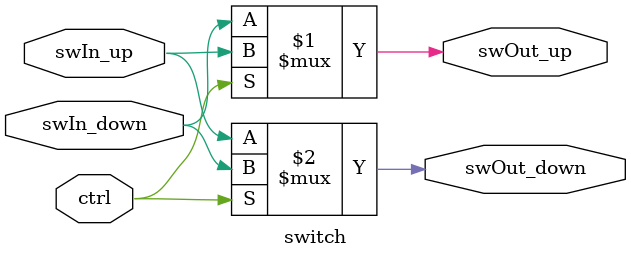
<source format=v>
`timescale 1ns / 1ps


module switch(
  
    input swIn_up,
    input swIn_down,
    output swOut_up,
    output swOut_down,
      input ctrl
    
    );
    
    wire conect0[0:1];
    wire conect1[0:1];
    

    
     assign swOut_up = ctrl? swIn_up : swIn_down;
     assign swOut_down = ctrl? swIn_down : swIn_up;
    
    
    
    
    
    
endmodule

</source>
